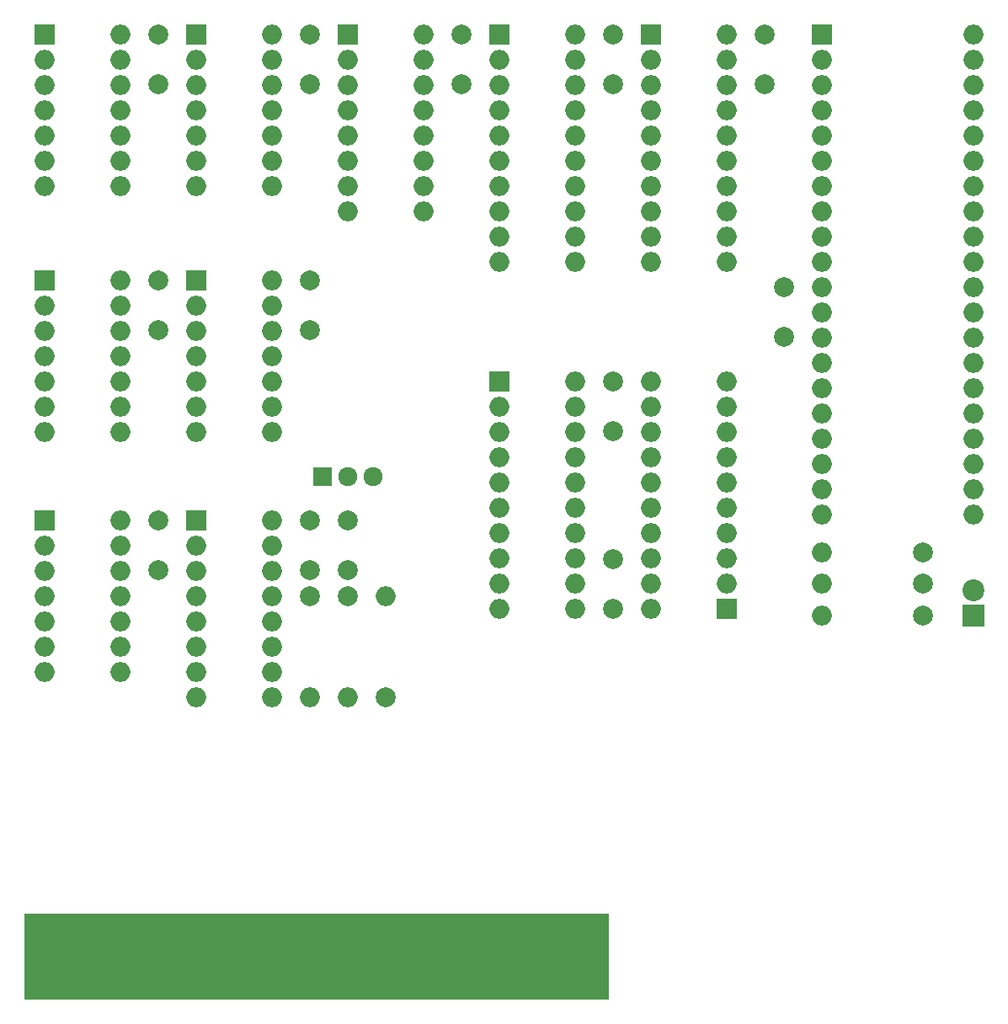
<source format=gbs>
G04 #@! TF.FileFunction,Soldermask,Bot*
%FSLAX46Y46*%
G04 Gerber Fmt 4.6, Leading zero omitted, Abs format (unit mm)*
G04 Created by KiCad (PCBNEW 4.0.7) date 07/03/19 12:58:59*
%MOMM*%
%LPD*%
G01*
G04 APERTURE LIST*
%ADD10C,0.100000*%
%ADD11C,2.000000*%
%ADD12O,2.000000X2.000000*%
%ADD13R,1.924000X8.400000*%
%ADD14R,58.820000X8.700000*%
%ADD15C,1.920000*%
%ADD16R,1.920000X1.920000*%
%ADD17R,2.000000X2.000000*%
%ADD18R,2.200000X2.200000*%
%ADD19C,2.200000*%
G04 APERTURE END LIST*
D10*
D11*
X226695000Y-118110000D03*
D12*
X216535000Y-118110000D03*
D11*
X165100000Y-111760000D03*
X165100000Y-116760000D03*
X195580000Y-120650000D03*
X195580000Y-115650000D03*
X165100000Y-87630000D03*
X165100000Y-92630000D03*
X149860000Y-62865000D03*
X149860000Y-67865000D03*
X195580000Y-97790000D03*
X195580000Y-102790000D03*
X168910000Y-111760000D03*
X168910000Y-116760000D03*
X165100000Y-62865000D03*
X165100000Y-67865000D03*
X180340000Y-62865000D03*
X180340000Y-67865000D03*
X210820000Y-62865000D03*
X210820000Y-67865000D03*
D13*
X151765000Y-155446726D03*
X154305000Y-155446726D03*
X156845000Y-155446726D03*
X159385000Y-155446726D03*
X161925000Y-155446726D03*
X164465000Y-155446726D03*
X141605000Y-155446726D03*
X144145000Y-155446726D03*
X146685000Y-155446726D03*
X149225000Y-155446726D03*
X139065000Y-155446726D03*
X179705000Y-155446726D03*
X182245000Y-155446726D03*
X184785000Y-155446726D03*
X187325000Y-155446726D03*
X189865000Y-155446726D03*
X192405000Y-155446726D03*
X172085000Y-155446726D03*
X174625000Y-155446726D03*
X177165000Y-155446726D03*
X169545000Y-155446726D03*
X167005000Y-155446726D03*
D14*
X165735000Y-155575000D03*
D15*
X168910000Y-107315000D03*
X171450000Y-107315000D03*
D16*
X166370000Y-107315000D03*
D11*
X172720000Y-129540000D03*
D12*
X172720000Y-119380000D03*
D11*
X168910000Y-119380000D03*
D12*
X168910000Y-129540000D03*
D11*
X165100000Y-119380000D03*
D12*
X165100000Y-129540000D03*
D11*
X226695000Y-114935000D03*
D12*
X216535000Y-114935000D03*
D17*
X138430000Y-111760000D03*
D12*
X146050000Y-127000000D03*
X138430000Y-114300000D03*
X146050000Y-124460000D03*
X138430000Y-116840000D03*
X146050000Y-121920000D03*
X138430000Y-119380000D03*
X146050000Y-119380000D03*
X138430000Y-121920000D03*
X146050000Y-116840000D03*
X138430000Y-124460000D03*
X146050000Y-114300000D03*
X138430000Y-127000000D03*
X146050000Y-111760000D03*
D17*
X138430000Y-87630000D03*
D12*
X146050000Y-102870000D03*
X138430000Y-90170000D03*
X146050000Y-100330000D03*
X138430000Y-92710000D03*
X146050000Y-97790000D03*
X138430000Y-95250000D03*
X146050000Y-95250000D03*
X138430000Y-97790000D03*
X146050000Y-92710000D03*
X138430000Y-100330000D03*
X146050000Y-90170000D03*
X138430000Y-102870000D03*
X146050000Y-87630000D03*
D17*
X153670000Y-111760000D03*
D12*
X161290000Y-129540000D03*
X153670000Y-114300000D03*
X161290000Y-127000000D03*
X153670000Y-116840000D03*
X161290000Y-124460000D03*
X153670000Y-119380000D03*
X161290000Y-121920000D03*
X153670000Y-121920000D03*
X161290000Y-119380000D03*
X153670000Y-124460000D03*
X161290000Y-116840000D03*
X153670000Y-127000000D03*
X161290000Y-114300000D03*
X153670000Y-129540000D03*
X161290000Y-111760000D03*
D17*
X207010000Y-120650000D03*
D12*
X199390000Y-97790000D03*
X207010000Y-118110000D03*
X199390000Y-100330000D03*
X207010000Y-115570000D03*
X199390000Y-102870000D03*
X207010000Y-113030000D03*
X199390000Y-105410000D03*
X207010000Y-110490000D03*
X199390000Y-107950000D03*
X207010000Y-107950000D03*
X199390000Y-110490000D03*
X207010000Y-105410000D03*
X199390000Y-113030000D03*
X207010000Y-102870000D03*
X199390000Y-115570000D03*
X207010000Y-100330000D03*
X199390000Y-118110000D03*
X207010000Y-97790000D03*
X199390000Y-120650000D03*
D17*
X153670000Y-87630000D03*
D12*
X161290000Y-102870000D03*
X153670000Y-90170000D03*
X161290000Y-100330000D03*
X153670000Y-92710000D03*
X161290000Y-97790000D03*
X153670000Y-95250000D03*
X161290000Y-95250000D03*
X153670000Y-97790000D03*
X161290000Y-92710000D03*
X153670000Y-100330000D03*
X161290000Y-90170000D03*
X153670000Y-102870000D03*
X161290000Y-87630000D03*
D17*
X138430000Y-62865000D03*
D12*
X146050000Y-78105000D03*
X138430000Y-65405000D03*
X146050000Y-75565000D03*
X138430000Y-67945000D03*
X146050000Y-73025000D03*
X138430000Y-70485000D03*
X146050000Y-70485000D03*
X138430000Y-73025000D03*
X146050000Y-67945000D03*
X138430000Y-75565000D03*
X146050000Y-65405000D03*
X138430000Y-78105000D03*
X146050000Y-62865000D03*
D17*
X184150000Y-97790000D03*
D12*
X191770000Y-120650000D03*
X184150000Y-100330000D03*
X191770000Y-118110000D03*
X184150000Y-102870000D03*
X191770000Y-115570000D03*
X184150000Y-105410000D03*
X191770000Y-113030000D03*
X184150000Y-107950000D03*
X191770000Y-110490000D03*
X184150000Y-110490000D03*
X191770000Y-107950000D03*
X184150000Y-113030000D03*
X191770000Y-105410000D03*
X184150000Y-115570000D03*
X191770000Y-102870000D03*
X184150000Y-118110000D03*
X191770000Y-100330000D03*
X184150000Y-120650000D03*
X191770000Y-97790000D03*
D17*
X153670000Y-62865000D03*
D12*
X161290000Y-78105000D03*
X153670000Y-65405000D03*
X161290000Y-75565000D03*
X153670000Y-67945000D03*
X161290000Y-73025000D03*
X153670000Y-70485000D03*
X161290000Y-70485000D03*
X153670000Y-73025000D03*
X161290000Y-67945000D03*
X153670000Y-75565000D03*
X161290000Y-65405000D03*
X153670000Y-78105000D03*
X161290000Y-62865000D03*
D17*
X168910000Y-62865000D03*
D12*
X176530000Y-80645000D03*
X168910000Y-65405000D03*
X176530000Y-78105000D03*
X168910000Y-67945000D03*
X176530000Y-75565000D03*
X168910000Y-70485000D03*
X176530000Y-73025000D03*
X168910000Y-73025000D03*
X176530000Y-70485000D03*
X168910000Y-75565000D03*
X176530000Y-67945000D03*
X168910000Y-78105000D03*
X176530000Y-65405000D03*
X168910000Y-80645000D03*
X176530000Y-62865000D03*
D17*
X199390000Y-62865000D03*
D12*
X207010000Y-85725000D03*
X199390000Y-65405000D03*
X207010000Y-83185000D03*
X199390000Y-67945000D03*
X207010000Y-80645000D03*
X199390000Y-70485000D03*
X207010000Y-78105000D03*
X199390000Y-73025000D03*
X207010000Y-75565000D03*
X199390000Y-75565000D03*
X207010000Y-73025000D03*
X199390000Y-78105000D03*
X207010000Y-70485000D03*
X199390000Y-80645000D03*
X207010000Y-67945000D03*
X199390000Y-83185000D03*
X207010000Y-65405000D03*
X199390000Y-85725000D03*
X207010000Y-62865000D03*
D17*
X216535000Y-62865000D03*
D12*
X231775000Y-111125000D03*
X216535000Y-65405000D03*
X231775000Y-108585000D03*
X216535000Y-67945000D03*
X231775000Y-106045000D03*
X216535000Y-70485000D03*
X231775000Y-103505000D03*
X216535000Y-73025000D03*
X231775000Y-100965000D03*
X216535000Y-75565000D03*
X231775000Y-98425000D03*
X216535000Y-78105000D03*
X231775000Y-95885000D03*
X216535000Y-80645000D03*
X231775000Y-93345000D03*
X216535000Y-83185000D03*
X231775000Y-90805000D03*
X216535000Y-85725000D03*
X231775000Y-88265000D03*
X216535000Y-88265000D03*
X231775000Y-85725000D03*
X216535000Y-90805000D03*
X231775000Y-83185000D03*
X216535000Y-93345000D03*
X231775000Y-80645000D03*
X216535000Y-95885000D03*
X231775000Y-78105000D03*
X216535000Y-98425000D03*
X231775000Y-75565000D03*
X216535000Y-100965000D03*
X231775000Y-73025000D03*
X216535000Y-103505000D03*
X231775000Y-70485000D03*
X216535000Y-106045000D03*
X231775000Y-67945000D03*
X216535000Y-108585000D03*
X231775000Y-65405000D03*
X216535000Y-111125000D03*
X231775000Y-62865000D03*
D17*
X184150000Y-62865000D03*
D12*
X191770000Y-85725000D03*
X184150000Y-65405000D03*
X191770000Y-83185000D03*
X184150000Y-67945000D03*
X191770000Y-80645000D03*
X184150000Y-70485000D03*
X191770000Y-78105000D03*
X184150000Y-73025000D03*
X191770000Y-75565000D03*
X184150000Y-75565000D03*
X191770000Y-73025000D03*
X184150000Y-78105000D03*
X191770000Y-70485000D03*
X184150000Y-80645000D03*
X191770000Y-67945000D03*
X184150000Y-83185000D03*
X191770000Y-65405000D03*
X184150000Y-85725000D03*
X191770000Y-62865000D03*
D11*
X212725000Y-88265000D03*
X212725000Y-93265000D03*
X195580000Y-62865000D03*
X195580000Y-67865000D03*
X149860000Y-87630000D03*
X149860000Y-92630000D03*
X149860000Y-111760000D03*
X149860000Y-116760000D03*
D18*
X231775000Y-121285000D03*
D19*
X231775000Y-118745000D03*
D11*
X226695000Y-121285000D03*
D12*
X216535000Y-121285000D03*
M02*

</source>
